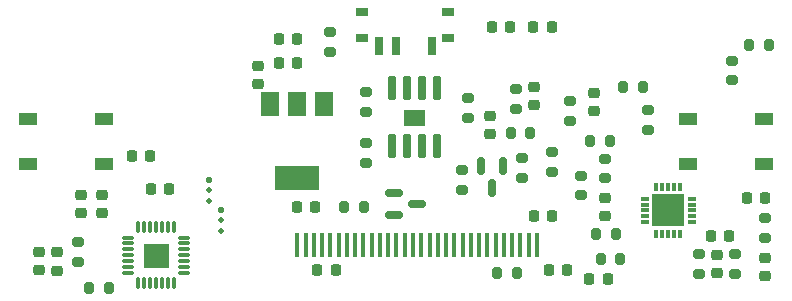
<source format=gbr>
%TF.GenerationSoftware,KiCad,Pcbnew,(6.0.5)*%
%TF.CreationDate,2022-06-05T00:42:26+05:30*%
%TF.ProjectId,PORTABLE_ECG_MACHINE,504f5254-4142-44c4-955f-4543475f4d41,rev-1*%
%TF.SameCoordinates,Original*%
%TF.FileFunction,Paste,Top*%
%TF.FilePolarity,Positive*%
%FSLAX46Y46*%
G04 Gerber Fmt 4.6, Leading zero omitted, Abs format (unit mm)*
G04 Created by KiCad (PCBNEW (6.0.5)) date 2022-06-05 00:42:26*
%MOMM*%
%LPD*%
G01*
G04 APERTURE LIST*
G04 Aperture macros list*
%AMRoundRect*
0 Rectangle with rounded corners*
0 $1 Rounding radius*
0 $2 $3 $4 $5 $6 $7 $8 $9 X,Y pos of 4 corners*
0 Add a 4 corners polygon primitive as box body*
4,1,4,$2,$3,$4,$5,$6,$7,$8,$9,$2,$3,0*
0 Add four circle primitives for the rounded corners*
1,1,$1+$1,$2,$3*
1,1,$1+$1,$4,$5*
1,1,$1+$1,$6,$7*
1,1,$1+$1,$8,$9*
0 Add four rect primitives between the rounded corners*
20,1,$1+$1,$2,$3,$4,$5,0*
20,1,$1+$1,$4,$5,$6,$7,0*
20,1,$1+$1,$6,$7,$8,$9,0*
20,1,$1+$1,$8,$9,$2,$3,0*%
%AMFreePoly0*
4,1,17,0.095671,0.230970,0.176777,0.176777,0.230970,0.095671,0.250000,0.000000,0.230970,-0.095671,0.176777,-0.176777,0.095671,-0.230970,0.000000,-0.250000,-0.095671,-0.230970,-0.176777,-0.176777,-0.230970,-0.095671,-0.250000,0.000000,-0.230970,0.095671,-0.176777,0.176777,-0.095671,0.230970,0.000000,0.250000,0.095671,0.230970,0.095671,0.230970,$1*%
G04 Aperture macros list end*
%ADD10C,0.010000*%
%ADD11RoundRect,0.200000X-0.200000X-0.275000X0.200000X-0.275000X0.200000X0.275000X-0.200000X0.275000X0*%
%ADD12O,0.600000X0.500000*%
%ADD13FreePoly0,90.000000*%
%ADD14RoundRect,0.200000X-0.275000X0.200000X-0.275000X-0.200000X0.275000X-0.200000X0.275000X0.200000X0*%
%ADD15RoundRect,0.225000X0.225000X0.250000X-0.225000X0.250000X-0.225000X-0.250000X0.225000X-0.250000X0*%
%ADD16RoundRect,0.225000X-0.225000X-0.250000X0.225000X-0.250000X0.225000X0.250000X-0.225000X0.250000X0*%
%ADD17RoundRect,0.200000X0.200000X0.275000X-0.200000X0.275000X-0.200000X-0.275000X0.200000X-0.275000X0*%
%ADD18RoundRect,0.225000X0.250000X-0.225000X0.250000X0.225000X-0.250000X0.225000X-0.250000X-0.225000X0*%
%ADD19RoundRect,0.150000X-0.587500X-0.150000X0.587500X-0.150000X0.587500X0.150000X-0.587500X0.150000X0*%
%ADD20RoundRect,0.200000X0.275000X-0.200000X0.275000X0.200000X-0.275000X0.200000X-0.275000X-0.200000X0*%
%ADD21RoundRect,0.042000X0.258000X-0.943000X0.258000X0.943000X-0.258000X0.943000X-0.258000X-0.943000X0*%
%ADD22R,1.500000X2.000000*%
%ADD23R,3.800000X2.000000*%
%ADD24R,1.600000X1.000000*%
%ADD25RoundRect,0.225000X-0.250000X0.225000X-0.250000X-0.225000X0.250000X-0.225000X0.250000X0.225000X0*%
%ADD26R,0.400000X2.000000*%
%ADD27RoundRect,0.150000X-0.150000X0.587500X-0.150000X-0.587500X0.150000X-0.587500X0.150000X0.587500X0*%
%ADD28R,1.000000X0.800000*%
%ADD29R,0.700000X1.500000*%
%ADD30RoundRect,0.062400X0.067600X0.422600X-0.067600X0.422600X-0.067600X-0.422600X0.067600X-0.422600X0*%
%ADD31RoundRect,0.062400X-0.422600X0.067600X-0.422600X-0.067600X0.422600X-0.067600X0.422600X0.067600X0*%
%ADD32RoundRect,0.218750X0.218750X0.256250X-0.218750X0.256250X-0.218750X-0.256250X0.218750X-0.256250X0*%
%ADD33R,0.300000X0.800000*%
%ADD34R,0.800000X0.300000*%
%ADD35R,2.750000X2.750000*%
%ADD36RoundRect,0.218750X-0.218750X-0.256250X0.218750X-0.256250X0.218750X0.256250X-0.218750X0.256250X0*%
%ADD37RoundRect,0.218750X-0.256250X0.218750X-0.256250X-0.218750X0.256250X-0.218750X0.256250X0.218750X0*%
G04 APERTURE END LIST*
%TO.C,U5*%
G36*
X104215680Y-60927878D02*
G01*
X102575680Y-60927878D01*
X102575680Y-59637878D01*
X104215680Y-59637878D01*
X104215680Y-60927878D01*
G37*
D10*
X104215680Y-60927878D02*
X102575680Y-60927878D01*
X102575680Y-59637878D01*
X104215680Y-59637878D01*
X104215680Y-60927878D01*
%TO.C,U2*%
G36*
X82540680Y-72955878D02*
G01*
X80560888Y-72955878D01*
X80560888Y-70976086D01*
X82540680Y-70976086D01*
X82540680Y-72955878D01*
G37*
X82540680Y-72955878D02*
X80560888Y-72955878D01*
X80560888Y-70976086D01*
X82540680Y-70976086D01*
X82540680Y-72955878D01*
%TD*%
D11*
%TO.C,R3*%
X97490680Y-67902878D03*
X99140680Y-67902878D03*
%TD*%
D12*
%TO.C,JP1*%
X86063680Y-65570878D03*
D13*
X86063680Y-66470878D03*
X86063680Y-67370878D03*
%TD*%
D14*
%TO.C,R14*%
X123207680Y-59711878D03*
X123207680Y-61361878D03*
%TD*%
%TO.C,R23*%
X107967680Y-58695878D03*
X107967680Y-60345878D03*
%TD*%
D15*
%TO.C,C22*%
X93502680Y-53678878D03*
X91952680Y-53678878D03*
%TD*%
D16*
%TO.C,C15*%
X131576680Y-67140878D03*
X133126680Y-67140878D03*
%TD*%
D17*
%TO.C,R13*%
X122762680Y-57742878D03*
X121112680Y-57742878D03*
%TD*%
D14*
%TO.C,R22*%
X96283680Y-53107878D03*
X96283680Y-54757878D03*
%TD*%
D18*
%TO.C,C20*%
X90187680Y-57501878D03*
X90187680Y-55951878D03*
%TD*%
D14*
%TO.C,R8*%
X127525680Y-71903878D03*
X127525680Y-73553878D03*
%TD*%
D17*
%TO.C,R20*%
X120476680Y-70188878D03*
X118826680Y-70188878D03*
%TD*%
D14*
%TO.C,R26*%
X99331680Y-58187878D03*
X99331680Y-59837878D03*
%TD*%
D19*
%TO.C,Q1*%
X101730180Y-66660878D03*
X101730180Y-68560878D03*
X103605180Y-67610878D03*
%TD*%
D17*
%TO.C,R7*%
X77550680Y-74760878D03*
X75900680Y-74760878D03*
%TD*%
D16*
%TO.C,C11*%
X128492680Y-70310878D03*
X130042680Y-70310878D03*
%TD*%
D20*
%TO.C,R25*%
X112031680Y-59583878D03*
X112031680Y-57933878D03*
%TD*%
D21*
%TO.C,U5*%
X101490680Y-62757878D03*
X102760680Y-62757878D03*
X104030680Y-62757878D03*
X105300680Y-62757878D03*
X105300680Y-57807878D03*
X104030680Y-57807878D03*
X102760680Y-57807878D03*
X101490680Y-57807878D03*
%TD*%
D14*
%TO.C,R9*%
X130573680Y-71903878D03*
X130573680Y-73553878D03*
%TD*%
D22*
%TO.C,U4*%
X95789680Y-59164878D03*
X93489680Y-59164878D03*
X91189680Y-59164878D03*
D23*
X93489680Y-65464878D03*
%TD*%
D24*
%TO.C,SELECT1*%
X126611680Y-60414878D03*
X133011680Y-60414878D03*
X126611680Y-64214878D03*
X133011680Y-64214878D03*
%TD*%
D17*
%TO.C,R12*%
X133430680Y-54186878D03*
X131780680Y-54186878D03*
%TD*%
D15*
%TO.C,C21*%
X93502680Y-55710878D03*
X91952680Y-55710878D03*
%TD*%
D25*
%TO.C,C2*%
X76979680Y-66873878D03*
X76979680Y-68423878D03*
%TD*%
D26*
%TO.C,U6*%
X93499680Y-71109878D03*
X94199680Y-71109878D03*
X94899680Y-71109878D03*
X95599680Y-71109878D03*
X96299680Y-71109878D03*
X96999680Y-71109878D03*
X97699680Y-71109878D03*
X98399680Y-71109878D03*
X99099680Y-71109878D03*
X99799680Y-71109878D03*
X100499680Y-71109878D03*
X101199680Y-71109878D03*
X101899680Y-71109878D03*
X102599680Y-71109878D03*
X103299680Y-71109878D03*
X103999680Y-71109878D03*
X104699680Y-71109878D03*
X105399680Y-71109878D03*
X106099680Y-71109878D03*
X106799680Y-71109878D03*
X107499680Y-71109878D03*
X108199680Y-71109878D03*
X108899680Y-71109878D03*
X109599680Y-71109878D03*
X110299680Y-71109878D03*
X110999680Y-71109878D03*
X111699680Y-71109878D03*
X112399680Y-71109878D03*
X113099680Y-71109878D03*
X113799680Y-71109878D03*
%TD*%
D20*
%TO.C,R5*%
X112539680Y-65425878D03*
X112539680Y-63775878D03*
%TD*%
D18*
%TO.C,C17*%
X133113680Y-73757878D03*
X133113680Y-72207878D03*
%TD*%
D25*
%TO.C,C24*%
X109855000Y-60185000D03*
X109855000Y-61735000D03*
%TD*%
%TO.C,C10*%
X129049680Y-71953878D03*
X129049680Y-73503878D03*
%TD*%
D14*
%TO.C,R16*%
X116603680Y-58949878D03*
X116603680Y-60599878D03*
%TD*%
D15*
%TO.C,C4*%
X95026680Y-67902878D03*
X93476680Y-67902878D03*
%TD*%
D16*
%TO.C,C5*%
X95192680Y-73210878D03*
X96742680Y-73210878D03*
%TD*%
D11*
%TO.C,R4*%
X110444680Y-73490878D03*
X112094680Y-73490878D03*
%TD*%
D14*
%TO.C,R6*%
X107459680Y-64791878D03*
X107459680Y-66441878D03*
%TD*%
D20*
%TO.C,R21*%
X117517680Y-66885878D03*
X117517680Y-65235878D03*
%TD*%
%TO.C,R10*%
X133113680Y-70505878D03*
X133113680Y-68855878D03*
%TD*%
D18*
%TO.C,C1*%
X75201680Y-68423878D03*
X75201680Y-66873878D03*
%TD*%
D11*
%TO.C,R17*%
X118318680Y-62314878D03*
X119968680Y-62314878D03*
%TD*%
D24*
%TO.C,DRIVE1*%
X70731680Y-60414878D03*
X77131680Y-60414878D03*
X70731680Y-64214878D03*
X77131680Y-64214878D03*
%TD*%
D15*
%TO.C,C18*%
X119792680Y-73998878D03*
X118242680Y-73998878D03*
%TD*%
D27*
%TO.C,Q2*%
X110949680Y-64425378D03*
X109049680Y-64425378D03*
X109999680Y-66300378D03*
%TD*%
D12*
%TO.C,JP2*%
X87079680Y-68110878D03*
D13*
X87079680Y-69010878D03*
X87079680Y-69910878D03*
%TD*%
D17*
%TO.C,R19*%
X120842680Y-72310878D03*
X119192680Y-72310878D03*
%TD*%
D11*
%TO.C,R24*%
X111570000Y-61595000D03*
X113220000Y-61595000D03*
%TD*%
D28*
%TO.C,SW1*%
X106283680Y-53590878D03*
X98983680Y-51380878D03*
X106283680Y-51380878D03*
X98983680Y-53590878D03*
D29*
X104883680Y-54240878D03*
X101883680Y-54240878D03*
X100383680Y-54240878D03*
%TD*%
D25*
%TO.C,C3*%
X71645680Y-71699878D03*
X71645680Y-73249878D03*
%TD*%
D14*
%TO.C,R2*%
X115079680Y-63267878D03*
X115079680Y-64917878D03*
%TD*%
D30*
%TO.C,U2*%
X83051680Y-69596878D03*
X82551680Y-69596878D03*
X82051680Y-69596878D03*
X81551680Y-69596878D03*
X81051680Y-69596878D03*
X80551680Y-69596878D03*
X80051680Y-69596878D03*
D31*
X79181680Y-70466878D03*
X79181680Y-70966878D03*
X79181680Y-71466878D03*
X79181680Y-71966878D03*
X79181680Y-72466878D03*
X79181680Y-72966878D03*
X79181680Y-73466878D03*
D30*
X80051680Y-74336878D03*
X80551680Y-74336878D03*
X81051680Y-74336878D03*
X81551680Y-74336878D03*
X82051680Y-74336878D03*
X82551680Y-74336878D03*
X83051680Y-74336878D03*
D31*
X83921680Y-73466878D03*
X83921680Y-72966878D03*
X83921680Y-72466878D03*
X83921680Y-71966878D03*
X83921680Y-71466878D03*
X83921680Y-70966878D03*
X83921680Y-70466878D03*
%TD*%
D14*
%TO.C,R27*%
X99331680Y-62505878D03*
X99331680Y-64155878D03*
%TD*%
D25*
%TO.C,C16*%
X118635680Y-58237878D03*
X118635680Y-59787878D03*
%TD*%
D14*
%TO.C,R1*%
X74947680Y-70887878D03*
X74947680Y-72537878D03*
%TD*%
D32*
%TO.C,GREEN1*%
X111555180Y-52662878D03*
X109980180Y-52662878D03*
%TD*%
D33*
%TO.C,IC1*%
X125911866Y-66179892D03*
X125411866Y-66179892D03*
X124911866Y-66179892D03*
X124411866Y-66179892D03*
X123911866Y-66179892D03*
D34*
X122911866Y-67179892D03*
X122911866Y-67679892D03*
X122911866Y-68179892D03*
X122911866Y-68679892D03*
X122911866Y-69179892D03*
D33*
X123911866Y-70179892D03*
X124411866Y-70179892D03*
X124911866Y-70179892D03*
X125411866Y-70179892D03*
X125911866Y-70179892D03*
D34*
X126911866Y-69179892D03*
X126911866Y-68679892D03*
X126911866Y-68179892D03*
X126911866Y-67679892D03*
X126911866Y-67179892D03*
D35*
X124911866Y-68179892D03*
%TD*%
D25*
%TO.C,C23*%
X113555680Y-57729878D03*
X113555680Y-59279878D03*
%TD*%
D16*
%TO.C,C6*%
X113542680Y-68664878D03*
X115092680Y-68664878D03*
%TD*%
%TO.C,C7*%
X114812680Y-73236878D03*
X116362680Y-73236878D03*
%TD*%
D36*
%TO.C,RED1*%
X113480180Y-52662878D03*
X115055180Y-52662878D03*
%TD*%
D37*
%TO.C,D1*%
X73169680Y-71687378D03*
X73169680Y-73262378D03*
%TD*%
D18*
%TO.C,C19*%
X119517680Y-68677878D03*
X119517680Y-67127878D03*
%TD*%
D14*
%TO.C,R18*%
X119517680Y-63810878D03*
X119517680Y-65460878D03*
%TD*%
D36*
%TO.C,D2*%
X81080180Y-66378878D03*
X82655180Y-66378878D03*
%TD*%
D32*
%TO.C,D3*%
X81069180Y-63584878D03*
X79494180Y-63584878D03*
%TD*%
D14*
%TO.C,R15*%
X130267680Y-55485878D03*
X130267680Y-57135878D03*
%TD*%
M02*

</source>
